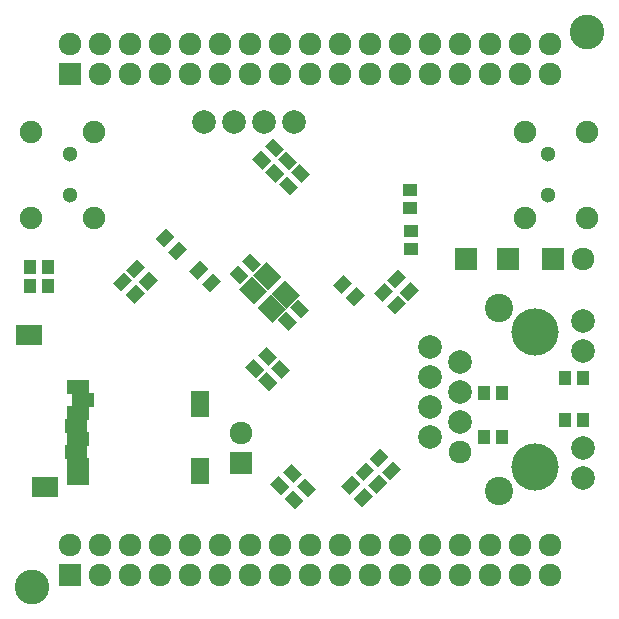
<source format=gbs>
G04 #@! TF.FileFunction,Soldermask,Bot*
%FSLAX46Y46*%
G04 Gerber Fmt 4.6, Leading zero omitted, Abs format (unit mm)*
G04 Created by KiCad (PCBNEW 4.0.7) date 04/11/18 17:00:27*
%MOMM*%
%LPD*%
G01*
G04 APERTURE LIST*
%ADD10C,0.100000*%
%ADD11R,2.300000X1.800000*%
%ADD12R,1.900000X1.200000*%
%ADD13R,1.500000X2.200000*%
%ADD14C,1.924000*%
%ADD15C,2.000000*%
%ADD16C,4.000000*%
%ADD17C,2.400000*%
%ADD18C,1.300000*%
%ADD19C,1.900000*%
%ADD20R,1.924000X1.924000*%
%ADD21R,1.000000X1.300000*%
%ADD22R,1.300000X1.000000*%
%ADD23R,1.900000X1.900000*%
%ADD24C,2.940000*%
G04 APERTURE END LIST*
D10*
D11*
X2600000Y9950000D03*
X1200000Y22850000D03*
D12*
X5400000Y10750000D03*
X5400000Y11850000D03*
X5200000Y12950000D03*
X5400000Y14050000D03*
X5200000Y15150000D03*
X5400000Y16250000D03*
X5800000Y17350000D03*
X5400000Y18450000D03*
D13*
X15700000Y11300000D03*
X15700000Y17000000D03*
D10*
G36*
X19974264Y29793503D02*
X20893503Y28874264D01*
X20186396Y28167157D01*
X19267157Y29086396D01*
X19974264Y29793503D01*
X19974264Y29793503D01*
G37*
G36*
X18913604Y28732843D02*
X19832843Y27813604D01*
X19125736Y27106497D01*
X18206497Y28025736D01*
X18913604Y28732843D01*
X18913604Y28732843D01*
G37*
G36*
X23200736Y23206497D02*
X22281497Y24125736D01*
X22988604Y24832843D01*
X23907843Y23913604D01*
X23200736Y23206497D01*
X23200736Y23206497D01*
G37*
G36*
X24261396Y24267157D02*
X23342157Y25186396D01*
X24049264Y25893503D01*
X24968503Y24974264D01*
X24261396Y24267157D01*
X24261396Y24267157D01*
G37*
D14*
X37700000Y12900000D03*
D15*
X35160000Y14170000D03*
X37700000Y15440000D03*
X35160000Y16710000D03*
X37700000Y17980000D03*
X35160000Y19250000D03*
X37700000Y20520000D03*
X35160000Y21790000D03*
X48110000Y10720000D03*
X48110000Y13260000D03*
X48110000Y21430000D03*
X48110000Y23970000D03*
D16*
X44050000Y11630000D03*
X44050000Y23060000D03*
D17*
X41000000Y9600000D03*
X41000000Y25090000D03*
D18*
X45200000Y34650000D03*
X45200000Y38150000D03*
D19*
X43200000Y32750000D03*
X43200000Y40050000D03*
X48500000Y32750000D03*
X48500000Y40050000D03*
D18*
X4700000Y38150000D03*
X4700000Y34650000D03*
D19*
X6700000Y40050000D03*
X6700000Y32750000D03*
X1400000Y40050000D03*
X1400000Y32750000D03*
D10*
G36*
X20226171Y27896842D02*
X21353158Y29023829D01*
X22623829Y27753158D01*
X21496842Y26626171D01*
X20226171Y27896842D01*
X20226171Y27896842D01*
G37*
G36*
X21788736Y26334277D02*
X22915723Y27461264D01*
X24186394Y26190593D01*
X23059407Y25063606D01*
X21788736Y26334277D01*
X21788736Y26334277D01*
G37*
G36*
X20585381Y25130923D02*
X21712368Y26257910D01*
X22983039Y24987239D01*
X21856052Y23860252D01*
X20585381Y25130923D01*
X20585381Y25130923D01*
G37*
G36*
X19022817Y26693488D02*
X20149804Y27820475D01*
X21420475Y26549804D01*
X20293488Y25422817D01*
X19022817Y26693488D01*
X19022817Y26693488D01*
G37*
D14*
X4700000Y5040000D03*
D20*
X4700000Y2500000D03*
D14*
X7240000Y5040000D03*
X7240000Y2500000D03*
X9780000Y5040000D03*
X9780000Y2500000D03*
X12320000Y5040000D03*
X12320000Y2500000D03*
X14860000Y5040000D03*
X14860000Y2500000D03*
X17400000Y5040000D03*
X17400000Y2500000D03*
X19940000Y5040000D03*
X19940000Y2500000D03*
X22480000Y5040000D03*
X22480000Y2500000D03*
X25020000Y5040000D03*
X25020000Y2500000D03*
X27560000Y5040000D03*
X27560000Y2500000D03*
X30100000Y5040000D03*
X30100000Y2500000D03*
X32640000Y5040000D03*
X32640000Y2500000D03*
X35180000Y5040000D03*
X35180000Y2500000D03*
X37720000Y5040000D03*
X37720000Y2500000D03*
X40260000Y5040000D03*
X40260000Y2500000D03*
X42800000Y5040000D03*
X42800000Y2500000D03*
X45340000Y5040000D03*
X45340000Y2500000D03*
X4700000Y47440000D03*
D20*
X4700000Y44900000D03*
D14*
X7240000Y47440000D03*
X7240000Y44900000D03*
X9780000Y47440000D03*
X9780000Y44900000D03*
X12320000Y47440000D03*
X12320000Y44900000D03*
X14860000Y47440000D03*
X14860000Y44900000D03*
X17400000Y47440000D03*
X17400000Y44900000D03*
X19940000Y47440000D03*
X19940000Y44900000D03*
X22480000Y47440000D03*
X22480000Y44900000D03*
X25020000Y47440000D03*
X25020000Y44900000D03*
X27560000Y47440000D03*
X27560000Y44900000D03*
X30100000Y47440000D03*
X30100000Y44900000D03*
X32640000Y47440000D03*
X32640000Y44900000D03*
X35180000Y47440000D03*
X35180000Y44900000D03*
X37720000Y47440000D03*
X37720000Y44900000D03*
X40260000Y47440000D03*
X40260000Y44900000D03*
X42800000Y47440000D03*
X42800000Y44900000D03*
X45340000Y47440000D03*
X45340000Y44900000D03*
D21*
X39750000Y14200000D03*
X41250000Y14200000D03*
D10*
G36*
X24624264Y10743503D02*
X25543503Y9824264D01*
X24836396Y9117157D01*
X23917157Y10036396D01*
X24624264Y10743503D01*
X24624264Y10743503D01*
G37*
G36*
X23563604Y9682843D02*
X24482843Y8763604D01*
X23775736Y8056497D01*
X22856497Y8975736D01*
X23563604Y9682843D01*
X23563604Y9682843D01*
G37*
G36*
X23424264Y11943503D02*
X24343503Y11024264D01*
X23636396Y10317157D01*
X22717157Y11236396D01*
X23424264Y11943503D01*
X23424264Y11943503D01*
G37*
G36*
X22363604Y10882843D02*
X23282843Y9963604D01*
X22575736Y9256497D01*
X21656497Y10175736D01*
X22363604Y10882843D01*
X22363604Y10882843D01*
G37*
D21*
X39750000Y17950000D03*
X41250000Y17950000D03*
D10*
G36*
X28856497Y11174264D02*
X29775736Y12093503D01*
X30482843Y11386396D01*
X29563604Y10467157D01*
X28856497Y11174264D01*
X28856497Y11174264D01*
G37*
G36*
X29917157Y10113604D02*
X30836396Y11032843D01*
X31543503Y10325736D01*
X30624264Y9406497D01*
X29917157Y10113604D01*
X29917157Y10113604D01*
G37*
G36*
X27656497Y10024264D02*
X28575736Y10943503D01*
X29282843Y10236396D01*
X28363604Y9317157D01*
X27656497Y10024264D01*
X27656497Y10024264D01*
G37*
G36*
X28717157Y8963604D02*
X29636396Y9882843D01*
X30343503Y9175736D01*
X29424264Y8256497D01*
X28717157Y8963604D01*
X28717157Y8963604D01*
G37*
G36*
X31556497Y27474264D02*
X32475736Y28393503D01*
X33182843Y27686396D01*
X32263604Y26767157D01*
X31556497Y27474264D01*
X31556497Y27474264D01*
G37*
G36*
X32617157Y26413604D02*
X33536396Y27332843D01*
X34243503Y26625736D01*
X33324264Y25706497D01*
X32617157Y26413604D01*
X32617157Y26413604D01*
G37*
G36*
X22150736Y35731497D02*
X21231497Y36650736D01*
X21938604Y37357843D01*
X22857843Y36438604D01*
X22150736Y35731497D01*
X22150736Y35731497D01*
G37*
G36*
X23211396Y36792157D02*
X22292157Y37711396D01*
X22999264Y38418503D01*
X23918503Y37499264D01*
X23211396Y36792157D01*
X23211396Y36792157D01*
G37*
G36*
X12143503Y27500736D02*
X11224264Y26581497D01*
X10517157Y27288604D01*
X11436396Y28207843D01*
X12143503Y27500736D01*
X12143503Y27500736D01*
G37*
G36*
X11082843Y28561396D02*
X10163604Y27642157D01*
X9456497Y28349264D01*
X10375736Y29268503D01*
X11082843Y28561396D01*
X11082843Y28561396D01*
G37*
G36*
X20475736Y19156497D02*
X19556497Y20075736D01*
X20263604Y20782843D01*
X21182843Y19863604D01*
X20475736Y19156497D01*
X20475736Y19156497D01*
G37*
G36*
X21536396Y20217157D02*
X20617157Y21136396D01*
X21324264Y21843503D01*
X22243503Y20924264D01*
X21536396Y20217157D01*
X21536396Y20217157D01*
G37*
G36*
X30456497Y26349264D02*
X31375736Y27268503D01*
X32082843Y26561396D01*
X31163604Y25642157D01*
X30456497Y26349264D01*
X30456497Y26349264D01*
G37*
G36*
X31517157Y25288604D02*
X32436396Y26207843D01*
X33143503Y25500736D01*
X32224264Y24581497D01*
X31517157Y25288604D01*
X31517157Y25288604D01*
G37*
G36*
X21050736Y36831497D02*
X20131497Y37750736D01*
X20838604Y38457843D01*
X21757843Y37538604D01*
X21050736Y36831497D01*
X21050736Y36831497D01*
G37*
G36*
X22111396Y37892157D02*
X21192157Y38811396D01*
X21899264Y39518503D01*
X22818503Y38599264D01*
X22111396Y37892157D01*
X22111396Y37892157D01*
G37*
G36*
X11043503Y26400736D02*
X10124264Y25481497D01*
X9417157Y26188604D01*
X10336396Y27107843D01*
X11043503Y26400736D01*
X11043503Y26400736D01*
G37*
G36*
X9982843Y27461396D02*
X9063604Y26542157D01*
X8356497Y27249264D01*
X9275736Y28168503D01*
X9982843Y27461396D01*
X9982843Y27461396D01*
G37*
G36*
X21575736Y18056497D02*
X20656497Y18975736D01*
X21363604Y19682843D01*
X22282843Y18763604D01*
X21575736Y18056497D01*
X21575736Y18056497D01*
G37*
G36*
X22636396Y19117157D02*
X21717157Y20036396D01*
X22424264Y20743503D01*
X23343503Y19824264D01*
X22636396Y19117157D01*
X22636396Y19117157D01*
G37*
G36*
X29643503Y26175736D02*
X28724264Y25256497D01*
X28017157Y25963604D01*
X28936396Y26882843D01*
X29643503Y26175736D01*
X29643503Y26175736D01*
G37*
G36*
X28582843Y27236396D02*
X27663604Y26317157D01*
X26956497Y27024264D01*
X27875736Y27943503D01*
X28582843Y27236396D01*
X28582843Y27236396D01*
G37*
G36*
X23300736Y34656497D02*
X22381497Y35575736D01*
X23088604Y36282843D01*
X24007843Y35363604D01*
X23300736Y34656497D01*
X23300736Y34656497D01*
G37*
G36*
X24361396Y35717157D02*
X23442157Y36636396D01*
X24149264Y37343503D01*
X25068503Y36424264D01*
X24361396Y35717157D01*
X24361396Y35717157D01*
G37*
G36*
X32743503Y11475736D02*
X31824264Y10556497D01*
X31117157Y11263604D01*
X32036396Y12182843D01*
X32743503Y11475736D01*
X32743503Y11475736D01*
G37*
G36*
X31682843Y12536396D02*
X30763604Y11617157D01*
X30056497Y12324264D01*
X30975736Y13243503D01*
X31682843Y12536396D01*
X31682843Y12536396D01*
G37*
D14*
X19200000Y14540000D03*
D20*
X19200000Y12000000D03*
D14*
X48140000Y29300000D03*
D20*
X45600000Y29300000D03*
D21*
X46600000Y15600000D03*
X48100000Y15600000D03*
X46600000Y19200000D03*
X48100000Y19200000D03*
D15*
X23700000Y40850000D03*
X21160000Y40850000D03*
X18620000Y40850000D03*
X16080000Y40850000D03*
D21*
X2850000Y28600000D03*
X1350000Y28600000D03*
D22*
X33575000Y31600000D03*
X33575000Y30100000D03*
X33525000Y33575000D03*
X33525000Y35075000D03*
D21*
X1350000Y27000000D03*
X2850000Y27000000D03*
D23*
X38250000Y29300000D03*
X41750000Y29300000D03*
D24*
X1500000Y1500000D03*
X48500000Y48500000D03*
D10*
G36*
X11931497Y30949264D02*
X12850736Y31868503D01*
X13557843Y31161396D01*
X12638604Y30242157D01*
X11931497Y30949264D01*
X11931497Y30949264D01*
G37*
G36*
X12992157Y29888604D02*
X13911396Y30807843D01*
X14618503Y30100736D01*
X13699264Y29181497D01*
X12992157Y29888604D01*
X12992157Y29888604D01*
G37*
G36*
X14806497Y28224264D02*
X15725736Y29143503D01*
X16432843Y28436396D01*
X15513604Y27517157D01*
X14806497Y28224264D01*
X14806497Y28224264D01*
G37*
G36*
X15867157Y27163604D02*
X16786396Y28082843D01*
X17493503Y27375736D01*
X16574264Y26456497D01*
X15867157Y27163604D01*
X15867157Y27163604D01*
G37*
M02*

</source>
